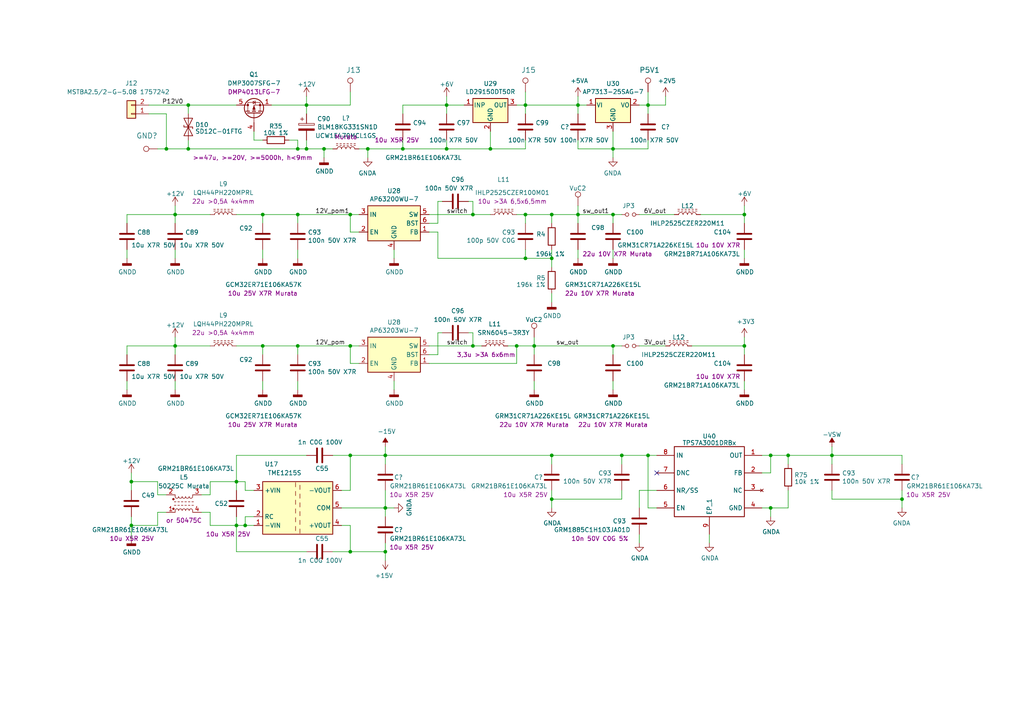
<source format=kicad_sch>
(kicad_sch (version 20230121) (generator eeschema)
  (paper "A4")
  (junction (at 152.4 62.23))
  (junction (at 76.2 100.33))
  (junction (at 177.8 43.18))
  (junction (at 160.02 74.93))
  (junction (at 54.61 30.48))
  (junction (at 223.52 132.08))
  (junction (at 116.84 43.18))
  (junction (at 177.8 100.33))
  (junction (at 38.1 139.7))
  (junction (at 68.58 139.7))
  (junction (at 160.02 144.78))
  (junction (at 149.86 100.33))
  (junction (at 88.9 43.18))
  (junction (at 129.54 43.18))
  (junction (at 86.36 100.33))
  (junction (at 71.12 152.4))
  (junction (at 50.8 100.33))
  (junction (at 101.6 100.33))
  (junction (at 137.16 62.23))
  (junction (at 167.64 30.48))
  (junction (at 76.2 62.23))
  (junction (at 93.98 43.18))
  (junction (at 160.02 62.23))
  (junction (at 167.64 62.23))
  (junction (at 241.3 132.08))
  (junction (at 68.58 152.4))
  (junction (at 177.8 62.23))
  (junction (at 101.6 132.08))
  (junction (at 154.94 100.33))
  (junction (at 111.76 147.32))
  (junction (at 137.16 100.33))
  (junction (at 160.02 132.08))
  (junction (at 86.36 43.18))
  (junction (at 38.1 152.4))
  (junction (at 111.76 132.08))
  (junction (at 106.68 43.18))
  (junction (at 111.76 160.02))
  (junction (at 223.52 147.32))
  (junction (at 228.6 132.08))
  (junction (at 187.96 30.48))
  (junction (at 101.6 62.23))
  (junction (at 261.62 144.78))
  (junction (at 101.6 160.02))
  (junction (at 86.36 62.23))
  (junction (at 48.26 43.18))
  (junction (at 215.9 62.23))
  (junction (at 180.34 132.08))
  (junction (at 50.8 62.23))
  (junction (at 88.9 30.48))
  (junction (at 152.4 30.48))
  (junction (at 187.96 132.08))
  (junction (at 215.9 100.33))
  (junction (at 54.61 43.18))
  (junction (at 152.4 74.93))
  (junction (at 129.54 30.48))
  (junction (at 142.24 43.18))
  (no_connect (at 190.5 137.16))
  (wire (pts (xy 111.76 142.24) (xy 111.76 147.32)))
  (wire (pts (xy 129.54 30.48) (xy 129.54 33.02)))
  (wire (pts (xy 127 74.93) (xy 152.4 74.93)))
  (wire (pts (xy 180.34 100.33) (xy 177.8 100.33)))
  (wire (pts (xy 223.52 147.32) (xy 223.52 149.86)))
  (wire (pts (xy 205.74 154.94) (xy 205.74 157.48)))
  (wire (pts (xy 86.36 64.77) (xy 86.36 62.23)))
  (wire (pts (xy 177.8 43.18) (xy 187.96 43.18)))
  (wire (pts (xy 160.02 62.23) (xy 160.02 64.77)))
  (wire (pts (xy 241.3 132.08) (xy 261.62 132.08)))
  (wire (pts (xy 152.4 30.48) (xy 167.64 30.48)))
  (wire (pts (xy 71.12 142.24) (xy 71.12 139.7)))
  (wire (pts (xy 54.61 30.48) (xy 54.61 33.02)))
  (wire (pts (xy 101.6 62.23) (xy 104.14 62.23)))
  (wire (pts (xy 139.7 100.33) (xy 137.16 100.33)))
  (wire (pts (xy 149.86 105.41) (xy 149.86 100.33)))
  (wire (pts (xy 76.2 64.77) (xy 76.2 62.23)))
  (wire (pts (xy 68.58 139.7) (xy 68.58 142.24)))
  (wire (pts (xy 54.61 43.18) (xy 48.26 43.18)))
  (wire (pts (xy 160.02 132.08) (xy 160.02 134.62)))
  (wire (pts (xy 111.76 147.32) (xy 114.3 147.32)))
  (wire (pts (xy 167.64 72.39) (xy 167.64 74.93)))
  (wire (pts (xy 111.76 132.08) (xy 101.6 132.08)))
  (wire (pts (xy 48.26 148.59) (xy 45.72 148.59)))
  (wire (pts (xy 185.42 100.33) (xy 193.04 100.33)))
  (wire (pts (xy 128.27 96.52) (xy 127 96.52)))
  (wire (pts (xy 68.58 160.02) (xy 88.9 160.02)))
  (wire (pts (xy 114.3 113.03) (xy 114.3 110.49)))
  (wire (pts (xy 154.94 100.33) (xy 154.94 102.87)))
  (wire (pts (xy 36.83 113.03) (xy 36.83 110.49)))
  (wire (pts (xy 215.9 59.69) (xy 215.9 62.23)))
  (wire (pts (xy 185.42 147.32) (xy 185.42 142.24)))
  (wire (pts (xy 38.1 139.7) (xy 45.72 139.7)))
  (wire (pts (xy 86.36 102.87) (xy 86.36 100.33)))
  (wire (pts (xy 96.52 160.02) (xy 101.6 160.02)))
  (wire (pts (xy 124.46 62.23) (xy 137.16 62.23)))
  (wire (pts (xy 54.61 43.18) (xy 86.36 43.18)))
  (wire (pts (xy 99.06 147.32) (xy 111.76 147.32)))
  (wire (pts (xy 215.9 100.33) (xy 215.9 97.79)))
  (wire (pts (xy 54.61 43.18) (xy 54.61 40.64)))
  (wire (pts (xy 50.8 100.33) (xy 36.83 100.33)))
  (wire (pts (xy 111.76 147.32) (xy 111.76 149.86)))
  (wire (pts (xy 101.6 100.33) (xy 104.14 100.33)))
  (wire (pts (xy 223.52 132.08) (xy 223.52 137.16)))
  (wire (pts (xy 180.34 62.23) (xy 177.8 62.23)))
  (wire (pts (xy 88.9 27.94) (xy 88.9 30.48)))
  (wire (pts (xy 152.4 30.48) (xy 152.4 33.02)))
  (wire (pts (xy 228.6 132.08) (xy 241.3 132.08)))
  (wire (pts (xy 200.66 100.33) (xy 215.9 100.33)))
  (wire (pts (xy 187.96 43.18) (xy 187.96 40.64)))
  (wire (pts (xy 149.86 62.23) (xy 152.4 62.23)))
  (wire (pts (xy 68.58 152.4) (xy 68.58 160.02)))
  (wire (pts (xy 106.68 45.72) (xy 106.68 43.18)))
  (wire (pts (xy 86.36 113.03) (xy 86.36 110.49)))
  (wire (pts (xy 101.6 105.41) (xy 101.6 100.33)))
  (wire (pts (xy 48.26 33.02) (xy 48.26 43.18)))
  (wire (pts (xy 137.16 58.42) (xy 135.89 58.42)))
  (wire (pts (xy 160.02 85.09) (xy 160.02 87.63)))
  (wire (pts (xy 73.66 38.1) (xy 73.66 40.64)))
  (wire (pts (xy 111.76 129.54) (xy 111.76 132.08)))
  (wire (pts (xy 50.8 100.33) (xy 60.96 100.33)))
  (wire (pts (xy 142.24 43.18) (xy 142.24 38.1)))
  (wire (pts (xy 86.36 40.64) (xy 86.36 43.18)))
  (wire (pts (xy 167.64 43.18) (xy 177.8 43.18)))
  (wire (pts (xy 68.58 152.4) (xy 71.12 152.4)))
  (wire (pts (xy 220.98 147.32) (xy 223.52 147.32)))
  (wire (pts (xy 60.96 143.51) (xy 60.96 139.7)))
  (wire (pts (xy 50.8 113.03) (xy 50.8 110.49)))
  (wire (pts (xy 50.8 59.69) (xy 50.8 62.23)))
  (wire (pts (xy 124.46 105.41) (xy 149.86 105.41)))
  (wire (pts (xy 215.9 113.03) (xy 215.9 110.49)))
  (wire (pts (xy 187.96 30.48) (xy 185.42 30.48)))
  (wire (pts (xy 50.8 62.23) (xy 60.96 62.23)))
  (wire (pts (xy 111.76 134.62) (xy 111.76 132.08)))
  (wire (pts (xy 50.8 97.79) (xy 50.8 100.33)))
  (wire (pts (xy 160.02 62.23) (xy 167.64 62.23)))
  (wire (pts (xy 68.58 152.4) (xy 68.58 149.86)))
  (wire (pts (xy 129.54 40.64) (xy 129.54 43.18)))
  (wire (pts (xy 177.8 113.03) (xy 177.8 110.49)))
  (wire (pts (xy 137.16 96.52) (xy 135.89 96.52)))
  (wire (pts (xy 38.1 152.4) (xy 38.1 156.21)))
  (wire (pts (xy 154.94 97.79) (xy 154.94 100.33)))
  (wire (pts (xy 73.66 40.64) (xy 76.2 40.64)))
  (wire (pts (xy 104.14 105.41) (xy 101.6 105.41)))
  (wire (pts (xy 76.2 102.87) (xy 76.2 100.33)))
  (wire (pts (xy 180.34 134.62) (xy 180.34 132.08)))
  (wire (pts (xy 111.76 160.02) (xy 101.6 160.02)))
  (wire (pts (xy 96.52 43.18) (xy 93.98 43.18)))
  (wire (pts (xy 99.06 142.24) (xy 101.6 142.24)))
  (wire (pts (xy 167.64 40.64) (xy 167.64 43.18)))
  (wire (pts (xy 86.36 74.93) (xy 86.36 72.39)))
  (wire (pts (xy 68.58 132.08) (xy 88.9 132.08)))
  (wire (pts (xy 38.1 139.7) (xy 38.1 142.24)))
  (wire (pts (xy 127 96.52) (xy 127 102.87)))
  (wire (pts (xy 124.46 67.31) (xy 127 67.31)))
  (wire (pts (xy 187.96 33.02) (xy 187.96 30.48)))
  (wire (pts (xy 45.72 148.59) (xy 45.72 152.4)))
  (wire (pts (xy 223.52 137.16) (xy 220.98 137.16)))
  (wire (pts (xy 167.64 59.69) (xy 167.64 62.23)))
  (wire (pts (xy 60.96 148.59) (xy 58.42 148.59)))
  (wire (pts (xy 177.8 38.1) (xy 177.8 43.18)))
  (wire (pts (xy 111.76 160.02) (xy 111.76 162.56)))
  (wire (pts (xy 86.36 100.33) (xy 101.6 100.33)))
  (wire (pts (xy 127 67.31) (xy 127 74.93)))
  (wire (pts (xy 106.68 43.18) (xy 104.14 43.18)))
  (wire (pts (xy 142.24 62.23) (xy 137.16 62.23)))
  (wire (pts (xy 177.8 62.23) (xy 177.8 64.77)))
  (wire (pts (xy 160.02 132.08) (xy 180.34 132.08)))
  (wire (pts (xy 215.9 74.93) (xy 215.9 72.39)))
  (wire (pts (xy 111.76 132.08) (xy 160.02 132.08)))
  (wire (pts (xy 152.4 74.93) (xy 160.02 74.93)))
  (wire (pts (xy 241.3 129.54) (xy 241.3 132.08)))
  (wire (pts (xy 101.6 132.08) (xy 101.6 142.24)))
  (wire (pts (xy 45.72 43.18) (xy 48.26 43.18)))
  (wire (pts (xy 116.84 33.02) (xy 116.84 30.48)))
  (wire (pts (xy 261.62 132.08) (xy 261.62 134.62)))
  (wire (pts (xy 45.72 139.7) (xy 45.72 143.51)))
  (wire (pts (xy 128.27 58.42) (xy 127 58.42)))
  (wire (pts (xy 54.61 30.48) (xy 68.58 30.48)))
  (wire (pts (xy 152.4 40.64) (xy 152.4 43.18)))
  (wire (pts (xy 228.6 132.08) (xy 228.6 134.62)))
  (wire (pts (xy 177.8 100.33) (xy 177.8 102.87)))
  (wire (pts (xy 177.8 62.23) (xy 167.64 62.23)))
  (wire (pts (xy 137.16 96.52) (xy 137.16 100.33)))
  (wire (pts (xy 241.3 144.78) (xy 241.3 142.24)))
  (wire (pts (xy 185.42 62.23) (xy 195.58 62.23)))
  (wire (pts (xy 50.8 100.33) (xy 50.8 102.87)))
  (wire (pts (xy 76.2 74.93) (xy 76.2 72.39)))
  (wire (pts (xy 78.74 30.48) (xy 88.9 30.48)))
  (wire (pts (xy 129.54 30.48) (xy 134.62 30.48)))
  (wire (pts (xy 104.14 67.31) (xy 101.6 67.31)))
  (wire (pts (xy 261.62 142.24) (xy 261.62 144.78)))
  (wire (pts (xy 203.2 62.23) (xy 215.9 62.23)))
  (wire (pts (xy 114.3 74.93) (xy 114.3 72.39)))
  (wire (pts (xy 86.36 62.23) (xy 101.6 62.23)))
  (wire (pts (xy 88.9 43.18) (xy 93.98 43.18)))
  (wire (pts (xy 58.42 143.51) (xy 60.96 143.51)))
  (wire (pts (xy 48.26 33.02) (xy 43.18 33.02)))
  (wire (pts (xy 73.66 149.86) (xy 71.12 149.86)))
  (wire (pts (xy 152.4 43.18) (xy 142.24 43.18)))
  (wire (pts (xy 223.52 147.32) (xy 228.6 147.32)))
  (wire (pts (xy 167.64 62.23) (xy 167.64 64.77)))
  (wire (pts (xy 68.58 139.7) (xy 68.58 132.08)))
  (wire (pts (xy 68.58 152.4) (xy 60.96 152.4)))
  (wire (pts (xy 177.8 74.93) (xy 177.8 72.39)))
  (wire (pts (xy 88.9 30.48) (xy 101.6 30.48)))
  (wire (pts (xy 228.6 147.32) (xy 228.6 142.24)))
  (wire (pts (xy 76.2 100.33) (xy 86.36 100.33)))
  (wire (pts (xy 223.52 132.08) (xy 228.6 132.08)))
  (wire (pts (xy 152.4 62.23) (xy 160.02 62.23)))
  (wire (pts (xy 68.58 100.33) (xy 76.2 100.33)))
  (wire (pts (xy 152.4 30.48) (xy 149.86 30.48)))
  (wire (pts (xy 38.1 149.86) (xy 38.1 152.4)))
  (wire (pts (xy 180.34 144.78) (xy 180.34 142.24)))
  (wire (pts (xy 76.2 113.03) (xy 76.2 110.49)))
  (wire (pts (xy 160.02 144.78) (xy 160.02 147.32)))
  (wire (pts (xy 116.84 30.48) (xy 129.54 30.48)))
  (wire (pts (xy 215.9 100.33) (xy 215.9 102.87)))
  (wire (pts (xy 193.04 27.94) (xy 193.04 30.48)))
  (wire (pts (xy 99.06 152.4) (xy 101.6 152.4)))
  (wire (pts (xy 96.52 132.08) (xy 101.6 132.08)))
  (wire (pts (xy 45.72 143.51) (xy 48.26 143.51)))
  (wire (pts (xy 137.16 58.42) (xy 137.16 62.23)))
  (wire (pts (xy 160.02 144.78) (xy 180.34 144.78)))
  (wire (pts (xy 215.9 62.23) (xy 215.9 64.77)))
  (wire (pts (xy 88.9 43.18) (xy 86.36 43.18)))
  (wire (pts (xy 185.42 142.24) (xy 190.5 142.24)))
  (wire (pts (xy 261.62 144.78) (xy 241.3 144.78)))
  (wire (pts (xy 190.5 147.32) (xy 187.96 147.32)))
  (wire (pts (xy 241.3 134.62) (xy 241.3 132.08)))
  (wire (pts (xy 220.98 132.08) (xy 223.52 132.08)))
  (wire (pts (xy 101.6 160.02) (xy 101.6 152.4)))
  (wire (pts (xy 50.8 74.93) (xy 50.8 72.39)))
  (wire (pts (xy 187.96 132.08) (xy 190.5 132.08)))
  (wire (pts (xy 152.4 26.67) (xy 152.4 30.48)))
  (wire (pts (xy 187.96 147.32) (xy 187.96 132.08)))
  (wire (pts (xy 106.68 43.18) (xy 116.84 43.18)))
  (wire (pts (xy 167.64 27.94) (xy 167.64 30.48)))
  (wire (pts (xy 154.94 110.49) (xy 154.94 113.03)))
  (wire (pts (xy 71.12 139.7) (xy 68.58 139.7)))
  (wire (pts (xy 38.1 137.16) (xy 38.1 139.7)))
  (wire (pts (xy 127 102.87) (xy 124.46 102.87)))
  (wire (pts (xy 111.76 157.48) (xy 111.76 160.02)))
  (wire (pts (xy 101.6 30.48) (xy 101.6 26.67)))
  (wire (pts (xy 73.66 142.24) (xy 71.12 142.24)))
  (wire (pts (xy 127 58.42) (xy 127 64.77)))
  (wire (pts (xy 60.96 152.4) (xy 60.96 148.59)))
  (wire (pts (xy 152.4 72.39) (xy 152.4 74.93)))
  (wire (pts (xy 124.46 100.33) (xy 137.16 100.33)))
  (wire (pts (xy 154.94 100.33) (xy 149.86 100.33)))
  (wire (pts (xy 160.02 72.39) (xy 160.02 74.93)))
  (wire (pts (xy 36.83 100.33) (xy 36.83 102.87)))
  (wire (pts (xy 152.4 62.23) (xy 152.4 64.77)))
  (wire (pts (xy 88.9 33.02) (xy 88.9 30.48)))
  (wire (pts (xy 149.86 100.33) (xy 147.32 100.33)))
  (wire (pts (xy 187.96 30.48) (xy 193.04 30.48)))
  (wire (pts (xy 177.8 43.18) (xy 177.8 45.72)))
  (wire (pts (xy 116.84 43.18) (xy 129.54 43.18)))
  (wire (pts (xy 185.42 154.94) (xy 185.42 157.48)))
  (wire (pts (xy 36.83 74.93) (xy 36.83 72.39)))
  (wire (pts (xy 60.96 139.7) (xy 68.58 139.7)))
  (wire (pts (xy 45.72 152.4) (xy 38.1 152.4)))
  (wire (pts (xy 50.8 62.23) (xy 50.8 64.77)))
  (wire (pts (xy 160.02 74.93) (xy 160.02 77.47)))
  (wire (pts (xy 127 64.77) (xy 124.46 64.77)))
  (wire (pts (xy 129.54 27.94) (xy 129.54 30.48)))
  (wire (pts (xy 116.84 43.18) (xy 116.84 40.64)))
  (wire (pts (xy 187.96 30.48) (xy 187.96 26.67)))
  (wire (pts (xy 50.8 62.23) (xy 36.83 62.23)))
  (wire (pts (xy 101.6 67.31) (xy 101.6 62.23)))
  (wire (pts (xy 71.12 149.86) (xy 71.12 152.4)))
  (wire (pts (xy 43.18 30.48) (xy 54.61 30.48)))
  (wire (pts (xy 160.02 142.24) (xy 160.02 144.78)))
  (wire (pts (xy 83.82 40.64) (xy 86.36 40.64)))
  (wire (pts (xy 261.62 144.78) (xy 261.62 147.32)))
  (wire (pts (xy 167.64 33.02) (xy 167.64 30.48)))
  (wire (pts (xy 76.2 62.23) (xy 86.36 62.23)))
  (wire (pts (xy 88.9 40.64) (xy 88.9 43.18)))
  (wire (pts (xy 129.54 43.18) (xy 142.24 43.18)))
  (wire (pts (xy 36.83 62.23) (xy 36.83 64.77)))
  (wire (pts (xy 93.98 43.18) (xy 93.98 45.72)))
  (wire (pts (xy 71.12 152.4) (xy 73.66 152.4)))
  (wire (pts (xy 180.34 132.08) (xy 187.96 132.08)))
  (wire (pts (xy 177.8 100.33) (xy 154.94 100.33)))
  (wire (pts (xy 68.58 62.23) (xy 76.2 62.23)))
  (wire (pts (xy 167.64 30.48) (xy 170.18 30.48)))
  (label "12V_pom" (at 91.44 100.33 0))
  (label "3V_out" (at 186.69 100.33 0))
  (label "sw_out" (at 161.29 100.33 0))
  (label "12V_pom1" (at 91.44 62.23 0))
  (label "sw_out1" (at 168.91 62.23 0))
  (label "switch" (at 129.54 100.33 0))
  (label "P12V0" (at 46.99 30.48 0))
  (label "switch" (at 129.54 62.23 0))
  (label "6V_out" (at 186.69 62.23 0))
  (symbol (lib_id "Connector_Generic:Conn_01x02") (at 38.1 33.02 180) (unit 1)
    (property "Reference" "J12" (at 38.1 24.13 0))
    (property "Value" "MSTBA2.5/2-G-5.08 1757242" (at 34.29 26.67 0))
    (property "Footprint" "Connector_Phoenix_MSTB:PhoenixContact_MSTBA_2,5_2-G-5,08_1x02_P5.08mm_Horizontal" (effects hide))
  )
  (symbol (lib_id "power:GNDA") (at 106.68 45.72 0) (mirror y) (unit 1)
    (property "Reference" "#PWR?" (effects hide))
    (property "Value" "GNDA" (at 106.553 50.2158 0))
    (instances (project "c100AvA" (path "" (reference "#PWR?") (unit 1)) (path "" (reference "#PWR0143") (unit 1))))
  )
  (symbol (lib_id "power:GNDD") (at 93.98 45.72 0) (unit 1)
    (property "Reference" "#PWR0141" (effects hide))
    (property "Value" "GNDD" (at 94.107 49.6824 0))
  )
  (symbol (lib_id "c100AvA-rescue:L_Core_Ferrite-Device") (at 100.33 43.18 90) (unit 1)
    (property "Reference" "L?" (at 100.33 34.29 90))
    (property "Value" " BLM18KG331SN1D" (at 100.33 36.83 90))
    (property "Footprint" "Inductor_SMD:L_0603_1608Metric" (effects hide))
    (property "Comm" "Murata" (at 100.33 39.7002 90))
    (instances (project "c100AvA" (path "" (reference "L?") (unit 1)) (path "" (reference "L?") (unit 1)) (path "" (reference "L10") (unit 1))) (project "current3x3A_Artiq" (path "" (reference "L?") (unit 1))))
  )
  (symbol (lib_id "Device:C") (at 116.84 36.83 0) (unit 1)
    (property "Reference" "C94" (at 119.761 35.6362 0) (effects (justify left)))
    (property "Value" "GRM21BR61E106KA73L" (at 111.76 45.72 0) (effects (justify left)))
    (property "Footprint" "Capacitor_SMD:C_0805_2012Metric" (effects hide))
    (property "Comm" "10u X5R 25V " (at 115.57 40.64 0))
    (instances (project "c100AvA" (path "" (reference "C94") (unit 1)) (path "" (reference "C?") (unit 1))) (project "current3x3A_Artiq" (path "" (reference "C94") (unit 1))))
  )
  (symbol (lib_id "Device:C") (at 129.54 36.83 180) (unit 1)
    (property "Reference" "C97" (at 132.461 35.6362 0) (effects (justify right)))
    (property "Value" "100n X7R 50V" (at 124.46 40.64 0) (effects (justify right)))
    (property "Footprint" "Capacitor_SMD:C_0603_1608Metric" (effects hide))
    (instances (project "c100AvA" (path "" (reference "C97") (unit 1)) (path "" (reference "C?") (unit 1))) (project "current3x3A_Artiq" (path "" (reference "C97") (unit 1))))
  )
  (symbol (lib_id "current100A-rescue:L7805-Regulator_Linear") (at 142.24 30.48 0) (unit 1)
    (property "Reference" "U29" (at 142.24 24.257 0))
    (property "Value" "LD29150DT50R" (at 142.24 26.6192 0))
    (property "Footprint" "Package_TO_SOT_SMD:TO-252-2" (effects hide))
    (property "Datasheet" "https://www.st.com/content/ccc/resource/technical/document/datasheet/cc/41/70/73/f5/e6/40/50/CD00003403.pdf/files/CD00003403.pdf/jcr:content/translations/en.CD00003403.pdf" (effects hide))
    (instances (project "c100AvA" (path "" (reference "U29") (unit 1)) (path "" (reference "U?") (unit 1))) (project "current3x3A_Artiq" (path "" (reference "U29") (unit 1))))
  )
  (symbol (lib_id "Device:C") (at 152.4 36.83 180) (unit 1)
    (property "Reference" "C99" (at 155.321 35.6362 0) (effects (justify right)))
    (property "Value" "100n X7R 50V" (at 147.32 40.64 0) (effects (justify right)))
    (property "Footprint" "Capacitor_SMD:C_0603_1608Metric" (effects hide))
    (instances (project "c100AvA" (path "" (reference "C99") (unit 1)) (path "" (reference "C?") (unit 1))) (project "current3x3A_Artiq" (path "" (reference "C99") (unit 1))))
  )
  (symbol (lib_id "Connector:TestPoint") (at 152.4 26.67 0) (unit 1)
    (property "Reference" "J15" (at 151.13 20.32 0) (effects (font (size 1.524 1.524)) (justify left)))
    (property "Value" "TestPoint" (effects hide))
    (property "Footprint" "TestPoint:TestPoint_THTPad_1.5x1.5mm_Drill0.7mm" (effects hide))
    (instances (project "c100AvA" (path "" (reference "J15") (unit 1)) (path "" (reference "J?") (unit 1))) (project "current3x3A_Artiq" (path "" (reference "J15") (unit 1))))
  )
  (symbol (lib_id "Connector:TestPoint") (at 101.6 26.67 0) (unit 1)
    (property "Reference" "J13" (at 100.33 20.32 0) (effects (font (size 1.524 1.524)) (justify left)))
    (property "Value" "TestPoint" (effects hide))
    (property "Footprint" "TestPoint:TestPoint_THTPad_1.5x1.5mm_Drill0.7mm" (effects hide))
    (instances (project "c100AvA" (path "" (reference "J13") (unit 1)) (path "" (reference "J?") (unit 1))) (project "current3x3A_Artiq" (path "" (reference "J13") (unit 1))))
  )
  (symbol (lib_id "Connector:TestPoint") (at 45.72 43.18 90) (unit 1)
    (property "Reference" "GND?" (at 45.72 39.37 90) (effects (font (size 1.524 1.524)) (justify left)))
    (property "Value" "PAD" (effects hide))
    (property "Footprint" "TestPoint:TestPoint_Bridge_Pitch2.54mm_Drill1.0mm" (effects hide))
    (instances (project "c100AvA" (path "" (reference "GND?") (unit 1)) (path "" (reference "GND1") (unit 1))) (project "current3x3A_Artiq" (path "" (reference "GND?") (unit 1))))
  )
  (symbol (lib_id "power:+5VA") (at 167.64 27.94 0) (unit 1)
    (property "Reference" "#PWR0148" (effects hide))
    (property "Value" "+5VA" (at 168.021 23.4442 0))
  )
  (symbol (lib_id "Regulator_Linear:APE8865NR-25-HF-3") (at 177.8 30.48 0) (unit 1)
    (property "Reference" "U30" (at 177.8 24.257 0))
    (property "Value" "AP7313-25SAG-7" (at 177.8 26.6192 0))
    (property "Footprint" "Package_TO_SOT_SMD:SOT-23" (effects hide))
    (property "Datasheet" "https://www.tme.eu/Document/863c8cbcd42f90a36fcf1f70fe984947/AP7313.pdf" (effects hide))
  )
  (symbol (lib_id "Device:C") (at 167.64 36.83 180) (unit 1)
    (property "Reference" "C?" (at 165.1 36.83 0) (effects (justify left)))
    (property "Value" "100n X7R 50V" (at 176.53 40.64 0) (effects (justify left)))
    (property "Footprint" "Capacitor_SMD:C_0603_1608Metric" (effects hide))
    (instances (project "c100AvA" (path "" (reference "C?") (unit 1)) (path "" (reference "C?") (unit 1)) (path "" (reference "C?") (unit 1)) (path "" (reference "C?") (unit 1)) (path "" (reference "C102") (unit 1))) (project "current3x3A_Artiq" (path "" (reference "C?") (unit 1))))
  )
  (symbol (lib_id "Device:C") (at 187.96 36.83 180) (unit 1)
    (property "Reference" "C?" (at 194.31 36.83 0) (effects (justify left)))
    (property "Value" "100n X7R 50V" (at 196.85 40.64 0) (effects (justify left)))
    (property "Footprint" "Capacitor_SMD:C_0603_1608Metric" (effects hide))
    (instances (project "c100AvA" (path "" (reference "C?") (unit 1)) (path "" (reference "C?") (unit 1)) (path "" (reference "C?") (unit 1)) (path "" (reference "C?") (unit 1)) (path "" (reference "C105") (unit 1))) (project "current3x3A_Artiq" (path "" (reference "C?") (unit 1))))
  )
  (symbol (lib_id "power:GNDA") (at 177.8 45.72 0) (mirror y) (unit 1)
    (property "Reference" "#PWR?" (effects hide))
    (property "Value" "GNDA" (at 177.673 50.2158 0))
    (instances (project "c100AvA" (path "" (reference "#PWR?") (unit 1)) (path "" (reference "#PWR0150") (unit 1))))
  )
  (symbol (lib_id "Connector:TestPoint") (at 187.96 26.67 0) (unit 1)
    (property "Reference" "P5V1" (at 185.42 20.32 0) (effects (font (size 1.524 1.524)) (justify left)))
    (property "Value" "TestPoint" (effects hide))
    (property "Footprint" "TestPoint:TestPoint_THTPad_1.5x1.5mm_Drill0.7mm" (effects hide))
    (instances (project "c100AvA" (path "" (reference "P5V1") (unit 1)) (path "" (reference "P5V?") (unit 1))) (project "current3x3A_Artiq" (path "" (reference "P5V1") (unit 1))))
  )
  (symbol (lib_id "power:+2V5") (at 193.04 27.94 0) (unit 1)
    (property "Reference" "#PWR0153" (effects hide))
    (property "Value" "+2V5" (at 193.421 23.4442 0))
  )
  (symbol (lib_id "Device:C") (at 50.8 106.68 0) (unit 1)
    (property "Reference" "C89" (at 53.721 105.4862 0) (effects (justify left)))
    (property "Value" "10u X7R 50V" (at 52.07 109.22 0) (effects (justify left)))
    (property "Footprint" "Capacitor_SMD:C_1210_3225Metric" (effects hide))
    (property "Comm" "Murata GRM32ER71H106KA12L" (effects hide))
    (instances (project "c100AvA" (path "" (reference "C89") (unit 1)) (path "" (reference "C?") (unit 1)) (path "" (reference "C?") (unit 1))) (project "current3x3A_Artiq" (path "" (reference "C89") (unit 1))))
  )
  (symbol (lib_id "Device:C") (at 36.83 106.68 0) (unit 1)
    (property "Reference" "C88" (at 39.751 105.4862 0) (effects (justify left)))
    (property "Value" "10u X7R 50V" (at 38.1 109.22 0) (effects (justify left)))
    (property "Footprint" "Capacitor_SMD:C_1210_3225Metric" (effects hide))
    (property "Comm" "Murata GRM32ER71H106KA12L" (effects hide))
    (instances (project "c100AvA" (path "" (reference "C88") (unit 1)) (path "" (reference "C?") (unit 1)) (path "" (reference "C?") (unit 1))) (project "current3x3A_Artiq" (path "" (reference "C88") (unit 1))))
  )
  (symbol (lib_id "power:GNDD") (at 36.83 113.03 0) (unit 1)
    (property "Reference" "#PWR0133" (effects hide))
    (property "Value" "GNDD" (at 36.957 116.9924 0))
    (instances (project "c100AvA" (path "" (reference "#PWR0133") (unit 1)) (path "" (reference "#PWR?") (unit 1))))
  )
  (symbol (lib_id "power:GNDD") (at 50.8 113.03 0) (unit 1)
    (property "Reference" "#PWR0135" (effects hide))
    (property "Value" "GNDD" (at 50.927 116.9924 0))
    (instances (project "c100AvA" (path "" (reference "#PWR0135") (unit 1)) (path "" (reference "#PWR?") (unit 1))))
  )
  (symbol (lib_id "c100AvA-rescue:CP-Device") (at 88.9 36.83 0) (unit 1)
    (property "Reference" "C90" (at 91.9734 34.4678 0) (effects (justify left)))
    (property "Value" "UCW1E470MCL1GS" (at 91.44 39.37 0) (effects (justify left)))
    (property "Footprint" "Capacitor_SMD:CP_Elec_6.3x7.7" (effects hide))
    (property "Comm" ">=47u, >=20V, >=5000h, h<9mm" (at 55.88 45.72 0) (effects (justify left)))
  )
  (symbol (lib_id "power:+12V") (at 50.8 59.69 0) (unit 1)
    (property "Reference" "#PWR07" (effects hide))
    (property "Value" "+12V" (at 50.8 56.1881 0))
  )
  (symbol (lib_id "Device:C") (at 76.2 106.68 0) (mirror y) (unit 1)
    (property "Reference" "C92" (at 73.279 104.3178 0) (effects (justify left)))
    (property "Value" "GCM32ER71E106KA57K" (at 87.63 120.65 0) (effects (justify left)))
    (property "Footprint" "Capacitor_SMD:C_1210_3225Metric" (effects hide))
    (property "Comm" "10u 25V X7R Murata" (at 86.36 123.19 0) (effects (justify left)))
    (instances (project "c100AvA" (path "" (reference "C92") (unit 1))) (project "powersc7" (path "" (reference "C45") (unit 1))) (project "current3x3A_Artiq" (path "" (reference "C92") (unit 1))))
  )
  (symbol (lib_id "power:GNDD") (at 114.3 74.93 0) (unit 1)
    (property "Reference" "#PWR0135" (effects hide))
    (property "Value" "GNDD" (at 114.427 78.8924 0))
    (instances (project "c100AvA" (path "" (reference "#PWR0135") (unit 1)) (path "" (reference "#PWR?") (unit 1))))
  )
  (symbol (lib_id "Connector:TestPoint") (at 154.94 97.79 0) (unit 1)
    (property "Reference" "VuC2" (at 152.4 92.71 0) (effects (justify left)))
    (property "Value" "TestPoint" (effects hide))
    (property "Footprint" "TestPoint:TestPoint_THTPad_1.5x1.5mm_Drill0.7mm" (effects hide))
    (instances (project "c100AvA" (path "" (reference "VuC2") (unit 1))) (project "powersc7" (path "" (reference "VuC1") (unit 1))) (project "current3x3A_Artiq" (path "" (reference "VuC2") (unit 1))))
  )
  (symbol (lib_id "power:GNDD") (at 160.02 87.63 0) (unit 1)
    (property "Reference" "#PWR0135" (effects hide))
    (property "Value" "GNDD" (at 160.147 91.5924 0))
    (instances (project "c100AvA" (path "" (reference "#PWR0135") (unit 1)) (path "" (reference "#PWR?") (unit 1))))
  )
  (symbol (lib_id "power:GNDD") (at 50.8 74.93 0) (unit 1)
    (property "Reference" "#PWR0135" (effects hide))
    (property "Value" "GNDD" (at 50.927 78.8924 0))
    (instances (project "c100AvA" (path "" (reference "#PWR0135") (unit 1)) (path "" (reference "#PWR?") (unit 1))))
  )
  (symbol (lib_id "Regulator_Switching:AP63205WU") (at 114.3 102.87 0) (unit 1)
    (property "Reference" "U28" (at 114.3 93.472 0))
    (property "Value" "AP63203WU-7" (at 114.3 95.8342 0))
    (property "Footprint" "Package_TO_SOT_SMD:TSOT-23-6" (effects hide))
    (property "Datasheet" "https://www.diodes.com/assets/Datasheets/AP63200-AP63201-AP63203-AP63205.pdf" (effects hide))
    (instances (project "c100AvA" (path "" (reference "U28") (unit 1))) (project "powersc7" (path "" (reference "U18") (unit 1))) (project "current3x3A_Artiq" (path "" (reference "U28") (unit 1))))
  )
  (symbol (lib_id "Regulator_Switching:AP63200WU") (at 114.3 64.77 0) (unit 1)
    (property "Reference" "U28" (at 114.3 55.372 0))
    (property "Value" "AP63200WU-7" (at 114.3 57.7342 0))
    (property "Footprint" "Package_TO_SOT_SMD:TSOT-23-6" (effects hide))
    (property "Datasheet" "https://www.diodes.com/assets/Datasheets/AP63200-AP63201-AP63203-AP63205.pdf" (effects hide))
    (instances (project "c100AvA" (path "" (reference "U28") (unit 1))) (project "powersc7" (path "" (reference "U18") (unit 1))) (project "current3x3A_Artiq" (path "" (reference "U28") (unit 1))))
  )
  (symbol (lib_id "power:GNDA") (at 114.3 147.32 90) (unit 1)
    (property "Reference" "#PWR034" (effects hide))
    (property "Value" "GNDA" (at 118.6942 147.193 0))
  )
  (symbol (lib_id "powersc7-rescue:Jumper_NO_Small-Device") (at 182.88 100.33 0) (mirror y) (unit 1)
    (property "Reference" "JP3" (at 184.15 97.79 0) (effects (justify left)))
    (property "Value" "Jumper_NO_Small" (effects hide))
    (property "Footprint" "ff_lib_7:GS2_small" (effects hide))
    (instances (project "c100AvA" (path "" (reference "JP3") (unit 1))) (project "powersc7" (path "" (reference "JP2") (unit 1))) (project "current3x3A_Artiq" (path "" (reference "JP3") (unit 1))))
  )
  (symbol (lib_id "power:GNDD") (at 38.1 156.21 0) (unit 1)
    (property "Reference" "#PWR085" (effects hide))
    (property "Value" "GNDD" (at 38.227 160.1724 0))
  )
  (symbol (lib_id "power:GNDA") (at 261.62 147.32 0) (mirror y) (unit 1)
    (property "Reference" "#PWR034" (effects hide))
    (property "Value" "GNDA" (at 261.493 151.7142 0))
  )
  (symbol (lib_id "powersc7-rescue:L_Core_Ferrite-Device") (at 64.77 62.23 270) (mirror x) (unit 1)
    (property "Reference" "L9" (at 64.77 53.34 90))
    (property "Value" "LQH44PH220MPRL" (at 64.77 55.88 90))
    (property "Footprint" "ff_lib_7:L_MURATA_LQH44" (effects hide))
    (property "Comm" "22u >0,5A 4x4mm" (at 64.77 58.42 90))
    (instances (project "c100AvA" (path "" (reference "L9") (unit 1))) (project "powersc7" (path "" (reference "L2") (unit 1))) (project "current3x3A_Artiq" (path "" (reference "L9") (unit 1))))
  )
  (symbol (lib_id "power:+3V3") (at 215.9 97.79 0) (unit 1)
    (property "Reference" "#PWR0130" (effects hide))
    (property "Value" "+3V3" (at 216.281 93.2942 0))
  )
  (symbol (lib_id "Device:C") (at 132.08 96.52 270) (unit 1)
    (property "Reference" "C96" (at 130.81 90.17 90) (effects (justify left)))
    (property "Value" "100n 50V X7R" (at 125.73 92.71 90) (effects (justify left)))
    (property "Footprint" "Capacitor_SMD:C_0603_1608Metric" (effects hide))
    (instances (project "c100AvA" (path "" (reference "C96") (unit 1))) (project "powersc7" (path "" (reference "C51") (unit 1))) (project "current3x3A_Artiq" (path "" (reference "C96") (unit 1))))
  )
  (symbol (lib_id "Device:C") (at 154.94 106.68 0) (unit 1)
    (property "Reference" "C98" (at 158.75 105.41 0) (effects (justify left)))
    (property "Value" "GRM31CR71A226KE15L" (at 143.51 120.65 0) (effects (justify left)))
    (property "Footprint" "Capacitor_SMD:C_1206_3216Metric" (effects hide))
    (property "Comm" "22u 10V X7R Murata" (at 144.78 123.19 0) (effects (justify left)))
    (instances (project "c100AvA" (path "" (reference "C98") (unit 1))) (project "powersc7" (path "" (reference "C54") (unit 1))) (project "current3x3A_Artiq" (path "" (reference "C98") (unit 1))))
  )
  (symbol (lib_id "power:GNDA") (at 205.74 157.48 0) (unit 1)
    (property "Reference" "#PWR034" (effects hide))
    (property "Value" "GNDA" (at 205.867 161.8742 0))
  )
  (symbol (lib_id "power:+6V") (at 129.54 27.94 0) (unit 1)
    (property "Reference" "#PWR023" (effects hide))
    (property "Value" "+6V" (at 129.54 24.4381 0))
  )
  (symbol (lib_id "Device:C") (at 180.34 138.43 0) (mirror y) (unit 1)
    (property "Reference" "C93" (at 177.419 137.2362 0) (effects (justify left)))
    (property "Value" "100n 50V X7R" (at 177.419 139.5984 0) (effects (justify left)))
    (property "Footprint" "Capacitor_SMD:C_0603_1608Metric" (effects hide))
    (instances (project "c100AvA" (path "" (reference "C93") (unit 1))) (project "powersc7" (path "" (reference "C47") (unit 1))) (project "current3x3A_Artiq" (path "" (reference "C93") (unit 1))))
  )
  (symbol (lib_id "power:+12V") (at 50.8 97.79 0) (unit 1)
    (property "Reference" "#PWR09" (effects hide))
    (property "Value" "+12V" (at 50.8 94.2881 0))
  )
  (symbol (lib_id "power:GNDD") (at 76.2 74.93 0) (unit 1)
    (property "Reference" "#PWR0135" (effects hide))
    (property "Value" "GNDD" (at 76.327 78.8924 0))
    (instances (project "c100AvA" (path "" (reference "#PWR0135") (unit 1)) (path "" (reference "#PWR?") (unit 1))))
  )
  (symbol (lib_id "Device:R") (at 160.02 68.58 0) (unit 1)
    (property "Reference" "R4" (at 158.242 67.9363 0) (effects (justify right)))
    (property "Value" "196k 1%" (at 163.83 73.66 0) (effects (justify right)))
    (property "Footprint" "ff_lib_7:R_0603_ff" (effects hide))
  )
  (symbol (lib_id "Device:C") (at 215.9 68.58 0) (mirror y) (unit 1)
    (property "Reference" "C104" (at 212.09 67.31 0) (effects (justify left)))
    (property "Value" "GRM21BR71A106KA73L" (at 214.63 73.66 0) (effects (justify left)))
    (property "Footprint" "Capacitor_SMD:C_0805_2012Metric" (effects hide))
    (property "Comm" "10u 10V X7R" (at 208.28 71.12 0))
    (instances (project "c100AvA" (path "" (reference "C104") (unit 1))) (project "powersc7" (path "" (reference "C61") (unit 1))) (project "current3x3A_Artiq" (path "" (reference "C104") (unit 1))))
  )
  (symbol (lib_id "Device:R") (at 160.02 81.28 0) (unit 1)
    (property "Reference" "R5" (at 158.242 80.6363 0) (effects (justify right)))
    (property "Value" "196k 1%" (at 158.242 82.5573 0) (effects (justify right)))
    (property "Footprint" "ff_lib_7:R_0603_ff" (effects hide))
  )
  (symbol (lib_id "ff:TDK_CCG6-10-xx-xxDx") (at 86.36 147.32 0) (unit 1)
    (property "Reference" "U17" (at 78.74 134.62 0))
    (property "Value" "TME1215S" (at 82.55 137.16 0))
    (property "Footprint" "ff_lib_7:TDK_DCDC_CCG6_10" (effects hide))
    (property "Datasheet" "https://product.tdk.com/system/files/dam/doc/product/power/switching-power/dc-dc-converter/catalog/ccg1r5_10_e.pdf" (effects hide))
    (instances (project "c100AvA" (path "" (reference "U17") (unit 1)) (path "" (reference "U?") (unit 1))) (project "current3x3A_Artiq" (path "" (reference "U17") (unit 1))))
  )
  (symbol (lib_id "power:GNDD") (at 154.94 113.03 0) (unit 1)
    (property "Reference" "#PWR0135" (effects hide))
    (property "Value" "GNDD" (at 155.067 116.9924 0))
    (instances (project "c100AvA" (path "" (reference "#PWR0135") (unit 1)) (path "" (reference "#PWR?") (unit 1))))
  )
  (symbol (lib_id "power:GNDD") (at 177.8 113.03 0) (unit 1)
    (property "Reference" "#PWR0135" (effects hide))
    (property "Value" "GNDD" (at 177.927 116.9924 0))
    (instances (project "c100AvA" (path "" (reference "#PWR0135") (unit 1)) (path "" (reference "#PWR?") (unit 1))))
  )
  (symbol (lib_id "power:GNDD") (at 215.9 74.93 0) (unit 1)
    (property "Reference" "#PWR0135" (effects hide))
    (property "Value" "GNDD" (at 216.027 78.8924 0))
    (instances (project "c100AvA" (path "" (reference "#PWR0135") (unit 1)) (path "" (reference "#PWR?") (unit 1))))
  )
  (symbol (lib_id "power:GNDD") (at 86.36 74.93 0) (unit 1)
    (property "Reference" "#PWR0135" (effects hide))
    (property "Value" "GNDD" (at 86.487 78.8924 0))
    (instances (project "c100AvA" (path "" (reference "#PWR0135") (unit 1)) (path "" (reference "#PWR?") (unit 1))))
  )
  (symbol (lib_id "power:GNDA") (at 160.02 147.32 0) (unit 1)
    (property "Reference" "#PWR034" (effects hide))
    (property "Value" "GNDA" (at 160.147 151.7142 0))
  )
  (symbol (lib_id "Device:C") (at 68.58 146.05 0) (unit 1)
    (property "Reference" "C52" (at 62.23 146.05 0) (effects (justify left)))
    (property "Value" "GRM21BR61E106KA73L" (at 45.72 135.89 0) (effects (justify left)))
    (property "Footprint" "Capacitor_SMD:C_0805_2012Metric" (effects hide))
    (property "Comm" "10u X5R 25V" (at 59.69 154.94 0) (effects (justify left)))
  )
  (symbol (lib_id "power:GNDD") (at 36.83 74.93 0) (unit 1)
    (property "Reference" "#PWR0133" (effects hide))
    (property "Value" "GNDD" (at 36.957 78.8924 0))
    (instances (project "c100AvA" (path "" (reference "#PWR0133") (unit 1)) (path "" (reference "#PWR?") (unit 1))))
  )
  (symbol (lib_id "power:-VSW") (at 241.3 129.54 0) (unit 1)
    (property "Reference" "#PWR049" (effects hide))
    (property "Value" "-VSW" (at 241.3 126.0381 0))
  )
  (symbol (lib_id "power:GNDD") (at 177.8 74.93 0) (unit 1)
    (property "Reference" "#PWR0135" (effects hide))
    (property "Value" "GNDD" (at 177.927 78.8924 0))
    (instances (project "c100AvA" (path "" (reference "#PWR0135") (unit 1)) (path "" (reference "#PWR?") (unit 1))))
  )
  (symbol (lib_id "powersc7-rescue:L_Core_Ferrite-Device") (at 64.77 100.33 270) (mirror x) (unit 1)
    (property "Reference" "L9" (at 64.77 91.44 90))
    (property "Value" "LQH44PH220MPRL" (at 64.77 93.98 90))
    (property "Footprint" "ff_lib_7:L_MURATA_LQH44" (effects hide))
    (property "Comm" "22u >0,5A 4x4mm" (at 64.77 96.52 90))
    (instances (project "c100AvA" (path "" (reference "L9") (unit 1))) (project "powersc7" (path "" (reference "L2") (unit 1))) (project "current3x3A_Artiq" (path "" (reference "L9") (unit 1))))
  )
  (symbol (lib_id "power:-15V") (at 111.76 129.54 0) (unit 1)
    (property "Reference" "#PWR033" (effects hide))
    (property "Value" "-15V" (at 112.141 125.1458 0))
  )
  (symbol (lib_id "Device:C") (at 177.8 106.68 0) (unit 1)
    (property "Reference" "C100" (at 181.61 105.41 0) (effects (justify left)))
    (property "Value" "GRM31CR71A226KE15L" (at 166.37 120.65 0) (effects (justify left)))
    (property "Footprint" "Capacitor_SMD:C_1206_3216Metric" (effects hide))
    (property "Comm" "22u 10V X7R Murata" (at 167.64 123.19 0) (effects (justify left)))
    (instances (project "c100AvA" (path "" (reference "C100") (unit 1))) (project "powersc7" (path "" (reference "C57") (unit 1))) (project "current3x3A_Artiq" (path "" (reference "C100") (unit 1))))
  )
  (symbol (lib_id "Device:C") (at 111.76 153.67 0) (unit 1)
    (property "Reference" "C?" (at 114.3 153.67 0) (effects (justify left)))
    (property "Value" "GRM21BR61E106KA73L" (at 113.03 156.21 0) (effects (justify left)))
    (property "Footprint" "Capacitor_SMD:C_0805_2012Metric" (effects hide))
    (property "Comm" "10u X5R 25V" (at 119.38 158.75 0))
    (instances (project "c100AvA" (path "" (reference "C?") (unit 1)) (path "" (reference "C?") (unit 1)) (path "" (reference "C58") (unit 1))) (project "current3x3A_Artiq" (path "" (reference "C?") (unit 1))))
  )
  (symbol (lib_id "Device:C") (at 38.1 146.05 0) (unit 1)
    (property "Reference" "C49" (at 41.021 143.6878 0) (effects (justify left)))
    (property "Value" "GRM21BR61E106KA73L" (at 26.67 153.67 0) (effects (justify left)))
    (property "Footprint" "Capacitor_SMD:C_0805_2012Metric" (effects hide))
    (property "Comm" "10u X5R 25V" (at 31.75 156.21 0) (effects (justify left)))
  )
  (symbol (lib_id "powersc7-rescue:L_Core_Ferrite-Device") (at 146.05 62.23 270) (mirror x) (unit 1)
    (property "Reference" "L11" (at 146.05 52.07 90))
    (property "Value" "IHLP2525CZER100M01" (at 148.59 55.88 90))
    (property "Footprint" "Inductor_SMD:L_Vishay_IHLP-2525" (effects hide))
    (property "Comm" "10u >3A 6,5x6,5mm" (at 148.59 58.42 90))
    (instances (project "c100AvA" (path "" (reference "L11") (unit 1))) (project "powersc7" (path "" (reference "L4") (unit 1))) (project "current3x3A_Artiq" (path "" (reference "L11") (unit 1))))
  )
  (symbol (lib_id "power:GNDD") (at 114.3 113.03 0) (unit 1)
    (property "Reference" "#PWR0135" (effects hide))
    (property "Value" "GNDD" (at 114.427 116.9924 0))
    (instances (project "c100AvA" (path "" (reference "#PWR0135") (unit 1)) (path "" (reference "#PWR?") (unit 1))))
  )
  (symbol (lib_id "Device:C") (at 111.76 138.43 0) (unit 1)
    (property "Reference" "C?" (at 114.3 138.43 0) (effects (justify left)))
    (property "Value" "GRM21BR61E106KA73L" (at 113.03 140.97 0) (effects (justify left)))
    (property "Footprint" "Capacitor_SMD:C_0805_2012Metric" (effects hide))
    (property "Comm" "10u X5R 25V" (at 119.38 143.51 0))
    (instances (project "c100AvA" (path "" (reference "C?") (unit 1)) (path "" (reference "C?") (unit 1)) (path "" (reference "C58") (unit 1))) (project "current3x3A_Artiq" (path "" (reference "C?") (unit 1))))
  )
  (symbol (lib_id "Device:C") (at 132.08 58.42 270) (unit 1)
    (property "Reference" "C96" (at 130.81 52.07 90) (effects (justify left)))
    (property "Value" "100n 50V X7R" (at 123.19 54.61 90) (effects (justify left)))
    (property "Footprint" "Capacitor_SMD:C_0603_1608Metric" (effects hide))
    (instances (project "c100AvA" (path "" (reference "C96") (unit 1))) (project "powersc7" (path "" (reference "C51") (unit 1))) (project "current3x3A_Artiq" (path "" (reference "C96") (unit 1))))
  )
  (symbol (lib_id "ff:TPS7A3001DRBx") (at 205.74 137.16 0) (unit 1)
    (property "Reference" "U40" (at 205.74 126.5301 0))
    (property "Value" "TPS7A3001DRBx" (at 205.74 128.4511 0))
    (property "Footprint" "ff_lib_7:Texas_VSON-8_1EP_3x3mm_P0,65mm_vias" (effects hide))
    (property "Datasheet" "https://www.ti.com/lit/ds/symlink/tps7a30.pdf" (effects hide))
  )
  (symbol (lib_id "powersc7-rescue:L_Core_Ferrite-Device") (at 199.39 62.23 270) (mirror x) (unit 1)
    (property "Reference" "L12" (at 199.39 59.69 90))
    (property "Value" "IHLP2525CZER220M11" (at 199.39 64.77 90))
    (property "Footprint" "Inductor_SMD:L_Vishay_IHLP-2525" (effects hide))
    (property "Datasheet" "https://www.vishay.com/docs/34104/ihlp-2525cz-01.pdf" (effects hide))
    (instances (project "c100AvA" (path "" (reference "L12") (unit 1))) (project "powersc7" (path "" (reference "L6") (unit 1))) (project "current3x3A_Artiq" (path "" (reference "L12") (unit 1))))
  )
  (symbol (lib_id "Device:C") (at 92.71 132.08 270) (mirror x) (unit 1)
    (property "Reference" "C55" (at 91.44 135.89 90) (effects (justify left)))
    (property "Value" "1n C0G 100V" (at 86.36 128.27 90) (effects (justify left)))
    (property "Footprint" "Capacitor_SMD:C_0805_2012Metric" (effects hide))
    (instances (project "c100AvA" (path "" (reference "C55") (unit 1)) (path "" (reference "C?") (unit 1))) (project "current3x3A_Artiq" (path "" (reference "C55") (unit 1))))
  )
  (symbol (lib_id "power:GNDD") (at 76.2 113.03 0) (unit 1)
    (property "Reference" "#PWR0135" (effects hide))
    (property "Value" "GNDD" (at 76.327 116.9924 0))
    (instances (project "c100AvA" (path "" (reference "#PWR0135") (unit 1)) (path "" (reference "#PWR?") (unit 1))))
  )
  (symbol (lib_id "power:GNDA") (at 223.52 149.86 0) (unit 1)
    (property "Reference" "#PWR034" (effects hide))
    (property "Value" "GNDA" (at 223.647 154.2542 0))
  )
  (symbol (lib_id "Device:C") (at 86.36 106.68 0) (unit 1)
    (property "Reference" "C93" (at 89.281 105.4862 0) (effects (justify left)))
    (property "Value" "100n 50V X7R" (at 89.281 107.8484 0) (effects (justify left)))
    (property "Footprint" "Capacitor_SMD:C_0603_1608Metric" (effects hide))
    (instances (project "c100AvA" (path "" (reference "C93") (unit 1))) (project "powersc7" (path "" (reference "C47") (unit 1))) (project "current3x3A_Artiq" (path "" (reference "C93") (unit 1))))
  )
  (symbol (lib_id "power:GNDD") (at 167.64 74.93 0) (unit 1)
    (property "Reference" "#PWR0135" (effects hide))
    (property "Value" "GNDD" (at 167.767 78.8924 0))
    (instances (project "c100AvA" (path "" (reference "#PWR0135") (unit 1)) (path "" (reference "#PWR?") (unit 1))))
  )
  (symbol (lib_id "power:GNDA") (at 185.42 157.48 0) (unit 1)
    (property "Reference" "#PWR034" (effects hide))
    (property "Value" "GNDA" (at 185.547 161.8742 0))
  )
  (symbol (lib_id "Device:C") (at 92.71 160.02 270) (unit 1)
    (property "Reference" "C55" (at 91.44 156.21 90) (effects (justify left)))
    (property "Value" "1n C0G 100V" (at 86.36 162.56 90) (effects (justify left)))
    (property "Footprint" "Capacitor_SMD:C_0805_2012Metric" (effects hide))
    (instances (project "c100AvA" (path "" (reference "C55") (unit 1)) (path "" (reference "C?") (unit 1))) (project "current3x3A_Artiq" (path "" (reference "C55") (unit 1))))
  )
  (symbol (lib_id "power:GNDD") (at 86.36 113.03 0) (unit 1)
    (property "Reference" "#PWR0135" (effects hide))
    (property "Value" "GNDD" (at 86.487 116.9924 0))
    (instances (project "c100AvA" (path "" (reference "#PWR0135") (unit 1)) (path "" (reference "#PWR?") (unit 1))))
  )
  (symbol (lib_id "powersc7-rescue:Jumper_NO_Small-Device") (at 182.88 62.23 0) (mirror y) (unit 1)
    (property "Reference" "JP3" (at 184.15 59.69 0) (effects (justify left)))
    (property "Value" "Jumper_NO_Small" (effects hide))
    (property "Footprint" "ff_lib_7:GS2_small" (effects hide))
    (instances (project "c100AvA" (path "" (reference "JP3") (unit 1))) (project "powersc7" (path "" (reference "JP2") (unit 1))) (project "current3x3A_Artiq" (path "" (reference "JP3") (unit 1))))
  )
  (symbol (lib_id "Device:C") (at 185.42 151.13 0) (mirror y) (unit 1)
    (property "Reference" "C93" (at 181.61 151.13 0) (effects (justify left)))
    (property "Value" "GRM1885C1H103JA01D" (at 182.88 153.67 0) (effects (justify left)))
    (property "Footprint" "Capacitor_SMD:C_0603_1608Metric" (effects hide))
    (property "Comm" "10n 50V C0G 5%" (at 173.99 156.21 0))
    (instances (project "c100AvA" (path "" (reference "C93") (unit 1))) (project "powersc7" (path "" (reference "C47") (unit 1))) (project "current3x3A_Artiq" (path "" (reference "C93") (unit 1))))
  )
  (symbol (lib_id "Connector:TestPoint") (at 167.64 59.69 0) (unit 1)
    (property "Reference" "VuC2" (at 165.1 54.61 0) (effects (justify left)))
    (property "Value" "TestPoint" (effects hide))
    (property "Footprint" "TestPoint:TestPoint_THTPad_1.5x1.5mm_Drill0.7mm" (effects hide))
    (instances (project "c100AvA" (path "" (reference "VuC2") (unit 1))) (project "powersc7" (path "" (reference "VuC1") (unit 1))) (project "current3x3A_Artiq" (path "" (reference "VuC2") (unit 1))))
  )
  (symbol (lib_id "Device:C") (at 152.4 68.58 0) (mirror y) (unit 1)
    (property "Reference" "C93" (at 149.479 67.3862 0) (effects (justify left)))
    (property "Value" "100p 50V C0G" (at 149.479 69.7484 0) (effects (justify left)))
    (property "Footprint" "Capacitor_SMD:C_0603_1608Metric" (effects hide))
    (instances (project "c100AvA" (path "" (reference "C93") (unit 1))) (project "powersc7" (path "" (reference "C47") (unit 1))) (project "current3x3A_Artiq" (path "" (reference "C93") (unit 1))))
  )
  (symbol (lib_id "powersc7-rescue:L_Core_Ferrite-Device") (at 143.51 100.33 270) (mirror x) (unit 1)
    (property "Reference" "L11" (at 143.51 93.98 90))
    (property "Value" "SRN6045-3R3Y" (at 146.05 96.52 90))
    (property "Footprint" "Inductor_SMD:L_Bourns-SRN6028" (effects hide))
    (property "Comm" "3,3u >3A 6x6mm" (at 140.97 102.87 90))
    (instances (project "c100AvA" (path "" (reference "L11") (unit 1))) (project "powersc7" (path "" (reference "L4") (unit 1))) (project "current3x3A_Artiq" (path "" (reference "L11") (unit 1))))
  )
  (symbol (lib_id "Transistor_FET:DMP3013SFV") (at 73.66 33.02 90) (unit 1)
    (property "Reference" "Q1" (at 73.66 21.59 90))
    (property "Value" "DMP3007SFG-7" (at 73.66 24.13 90))
    (property "Footprint" "ff_lib_7:Diodes_PowerDI3333-8" (effects hide))
    (property "Datasheet" "https://www.diodes.com/assets/Datasheets/DMP3007SFG.pdf" (effects hide))
    (property "Comm" "DMP4013LFG-7" (at 73.66 26.67 90))
  )
  (symbol (lib_id "Device:C") (at 177.8 68.58 0) (unit 1)
    (property "Reference" "C100" (at 181.61 67.31 0) (effects (justify left)))
    (property "Value" "GRM31CR71A226KE15L" (at 179.07 71.12 0) (effects (justify left)))
    (property "Footprint" "Capacitor_SMD:C_1206_3216Metric" (effects hide))
    (property "Comm" "22u 10V X7R Murata" (at 168.91 73.66 0) (effects (justify left)))
    (instances (project "c100AvA" (path "" (reference "C100") (unit 1))) (project "powersc7" (path "" (reference "C57") (unit 1))) (project "current3x3A_Artiq" (path "" (reference "C100") (unit 1))))
  )
  (symbol (lib_id "Device:C") (at 36.83 68.58 0) (unit 1)
    (property "Reference" "C88" (at 39.751 67.3862 0) (effects (justify left)))
    (property "Value" "10u X7R 50V" (at 38.1 71.12 0) (effects (justify left)))
    (property "Footprint" "Capacitor_SMD:C_1210_3225Metric" (effects hide))
    (property "Comm" "Murata GRM32ER71H106KA12L" (effects hide))
    (instances (project "c100AvA" (path "" (reference "C88") (unit 1)) (path "" (reference "C?") (unit 1)) (path "" (reference "C?") (unit 1))) (project "current3x3A_Artiq" (path "" (reference "C88") (unit 1))))
  )
  (symbol (lib_id "Device:C") (at 215.9 106.68 0) (mirror y) (unit 1)
    (property "Reference" "C104" (at 212.09 105.41 0) (effects (justify left)))
    (property "Value" "GRM21BR71A106KA73L" (at 214.63 111.76 0) (effects (justify left)))
    (property "Footprint" "Capacitor_SMD:C_0805_2012Metric" (effects hide))
    (property "Comm" "10u 10V X7R" (at 208.28 109.22 0))
    (instances (project "c100AvA" (path "" (reference "C104") (unit 1))) (project "powersc7" (path "" (reference "C61") (unit 1))) (project "current3x3A_Artiq" (path "" (reference "C104") (unit 1))))
  )
  (symbol (lib_id "c100AvA-rescue:L_Core_Ferrite_Coupled_1423-Device") (at 53.34 146.05 0) (mirror x) (unit 1)
    (property "Reference" "L5" (at 53.34 138.43 0))
    (property "Value" "50225C Murata" (at 53.34 140.97 0))
    (property "Footprint" "ff_lib_7:L_CommonMode_Murata_5000" (effects hide))
    (property "Datasheet" "https://www.murata-ps.com/pub/data/magnetics/kmp_5000c.pdf" (effects hide))
    (property "Comm" "or 50475C" (at 53.34 150.9522 0))
  )
  (symbol (lib_id "Device:C") (at 167.64 68.58 0) (unit 1)
    (property "Reference" "C98" (at 171.45 66.04 0) (effects (justify left)))
    (property "Value" "GRM31CR71A226KE15L" (at 163.83 82.55 0) (effects (justify left)))
    (property "Footprint" "Capacitor_SMD:C_1206_3216Metric" (effects hide))
    (property "Comm" "22u 10V X7R Murata" (at 163.83 85.09 0) (effects (justify left)))
    (instances (project "c100AvA" (path "" (reference "C98") (unit 1))) (project "powersc7" (path "" (reference "C54") (unit 1))) (project "current3x3A_Artiq" (path "" (reference "C98") (unit 1))))
  )
  (symbol (lib_id "Device:R") (at 228.6 138.43 0) (mirror y) (unit 1)
    (property "Reference" "R75" (at 230.378 137.7863 0) (effects (justify right)))
    (property "Value" "10k 1%" (at 230.378 139.7073 0) (effects (justify right)))
    (property "Footprint" "ff_lib_7:R_0603_ff" (effects hide))
  )
  (symbol (lib_id "power:+12V") (at 88.9 27.94 0) (unit 1)
    (property "Reference" "#PWR015" (effects hide))
    (property "Value" "+12V" (at 88.9 24.4381 0))
  )
  (symbol (lib_id "Device:C") (at 86.36 68.58 0) (unit 1)
    (property "Reference" "C93" (at 89.281 67.3862 0) (effects (justify left)))
    (property "Value" "100n 50V X7R" (at 89.281 69.7484 0) (effects (justify left)))
    (property "Footprint" "Capacitor_SMD:C_0603_1608Metric" (effects hide))
    (instances (project "c100AvA" (path "" (reference "C93") (unit 1))) (project "powersc7" (path "" (reference "C47") (unit 1))) (project "current3x3A_Artiq" (path "" (reference "C93") (unit 1))))
  )
  (symbol (lib_id "Diode:SD12_SOD323") (at 54.61 36.83 90) (unit 1)
    (property "Reference" "D10" (at 56.6166 36.1863 90) (effects (justify right)))
    (property "Value" "SD12C-01FTG" (at 56.6166 38.1073 90) (effects (justify right)))
    (property "Footprint" "Diode_SMD:D_SOD-323" (effects hide))
    (property "Datasheet" "https://www.littelfuse.com/~/media/electronics/datasheets/tvs_diode_arrays/littelfuse_tvs_diode_array_sd_c_datasheet.pdf.pdf" (effects hide))
  )
  (symbol (lib_id "power:GNDD") (at 215.9 113.03 0) (unit 1)
    (property "Reference" "#PWR0135" (effects hide))
    (property "Value" "GNDD" (at 216.027 116.9924 0))
    (instances (project "c100AvA" (path "" (reference "#PWR0135") (unit 1)) (path "" (reference "#PWR?") (unit 1))))
  )
  (symbol (lib_id "powersc7-rescue:L_Core_Ferrite-Device") (at 196.85 100.33 270) (mirror x) (unit 1)
    (property "Reference" "L12" (at 196.85 97.79 90))
    (property "Value" "IHLP2525CZER220M11" (at 196.85 102.87 90))
    (property "Footprint" "Inductor_SMD:L_Vishay_IHLP-2525" (effects hide))
    (property "Datasheet" "https://www.vishay.com/docs/34104/ihlp-2525cz-01.pdf" (effects hide))
    (instances (project "c100AvA" (path "" (reference "L12") (unit 1))) (project "powersc7" (path "" (reference "L6") (unit 1))) (project "current3x3A_Artiq" (path "" (reference "L12") (unit 1))))
  )
  (symbol (lib_id "power:+6V") (at 215.9 59.69 0) (unit 1)
    (property "Reference" "#PWR036" (effects hide))
    (property "Value" "+6V" (at 215.9 56.1881 0))
  )
  (symbol (lib_id "Device:C") (at 261.62 138.43 0) (unit 1)
    (property "Reference" "C?" (at 264.16 138.43 0) (effects (justify left)))
    (property "Value" "GRM21BR61E106KA73L" (at 262.89 140.97 0) (effects (justify left)))
    (property "Footprint" "Capacitor_SMD:C_0805_2012Metric" (effects hide))
    (property "Comm" "10u X5R 25V" (at 269.24 143.51 0))
    (instances (project "c100AvA" (path "" (reference "C?") (unit 1)) (path "" (reference "C?") (unit 1)) (path "" (reference "C58") (unit 1))) (project "current3x3A_Artiq" (path "" (reference "C?") (unit 1))))
  )
  (symbol (lib_id "Device:C") (at 50.8 68.58 0) (unit 1)
    (property "Reference" "C89" (at 53.721 67.3862 0) (effects (justify left)))
    (property "Value" "10u X7R 50V" (at 52.07 71.12 0) (effects (justify left)))
    (property "Footprint" "Capacitor_SMD:C_1210_3225Metric" (effects hide))
    (property "Comm" "Murata GRM32ER71H106KA12L" (effects hide))
    (instances (project "c100AvA" (path "" (reference "C89") (unit 1)) (path "" (reference "C?") (unit 1)) (path "" (reference "C?") (unit 1))) (project "current3x3A_Artiq" (path "" (reference "C89") (unit 1))))
  )
  (symbol (lib_id "Device:R") (at 80.01 40.64 90) (unit 1)
    (property "Reference" "R35" (at 80.01 36.6141 90))
    (property "Value" "10k 1%" (at 80.01 38.5351 90))
    (property "Footprint" "ff_lib_7:R_0603_ff" (effects hide))
  )
  (symbol (lib_id "power:+15V") (at 111.76 162.56 180) (unit 1)
    (property "Reference" "#PWR038" (effects hide))
    (property "Value" "+15V" (at 111.379 166.9542 0))
  )
  (symbol (lib_id "Device:C") (at 160.02 138.43 0) (mirror y) (unit 1)
    (property "Reference" "C?" (at 157.48 138.43 0) (effects (justify left)))
    (property "Value" "GRM21BR61E106KA73L" (at 158.75 140.97 0) (effects (justify left)))
    (property "Footprint" "Capacitor_SMD:C_0805_2012Metric" (effects hide))
    (property "Comm" "10u X5R 25V" (at 152.4 143.51 0))
    (instances (project "c100AvA" (path "" (reference "C?") (unit 1)) (path "" (reference "C?") (unit 1)) (path "" (reference "C58") (unit 1))) (project "current3x3A_Artiq" (path "" (reference "C?") (unit 1))))
  )
  (symbol (lib_id "Device:C") (at 241.3 138.43 0) (unit 1)
    (property "Reference" "C93" (at 244.221 137.2362 0) (effects (justify left)))
    (property "Value" "100n 50V X7R" (at 244.221 139.5984 0) (effects (justify left)))
    (property "Footprint" "Capacitor_SMD:C_0603_1608Metric" (effects hide))
    (instances (project "c100AvA" (path "" (reference "C93") (unit 1))) (project "powersc7" (path "" (reference "C47") (unit 1))) (project "current3x3A_Artiq" (path "" (reference "C93") (unit 1))))
  )
  (symbol (lib_id "Device:C") (at 76.2 68.58 0) (mirror y) (unit 1)
    (property "Reference" "C92" (at 73.279 66.2178 0) (effects (justify left)))
    (property "Value" "GCM32ER71E106KA57K" (at 87.63 82.55 0) (effects (justify left)))
    (property "Footprint" "Capacitor_SMD:C_1210_3225Metric" (effects hide))
    (property "Comm" "10u 25V X7R Murata" (at 86.36 85.09 0) (effects (justify left)))
    (instances (project "c100AvA" (path "" (reference "C92") (unit 1))) (project "powersc7" (path "" (reference "C45") (unit 1))) (project "current3x3A_Artiq" (path "" (reference "C92") (unit 1))))
  )
  (symbol (lib_id "power:+12V") (at 38.1 137.16 0) (unit 1)
    (property "Reference" "#PWR05" (effects hide))
    (property "Value" "+12V" (at 38.1 133.6581 0))
  )
)
</source>
